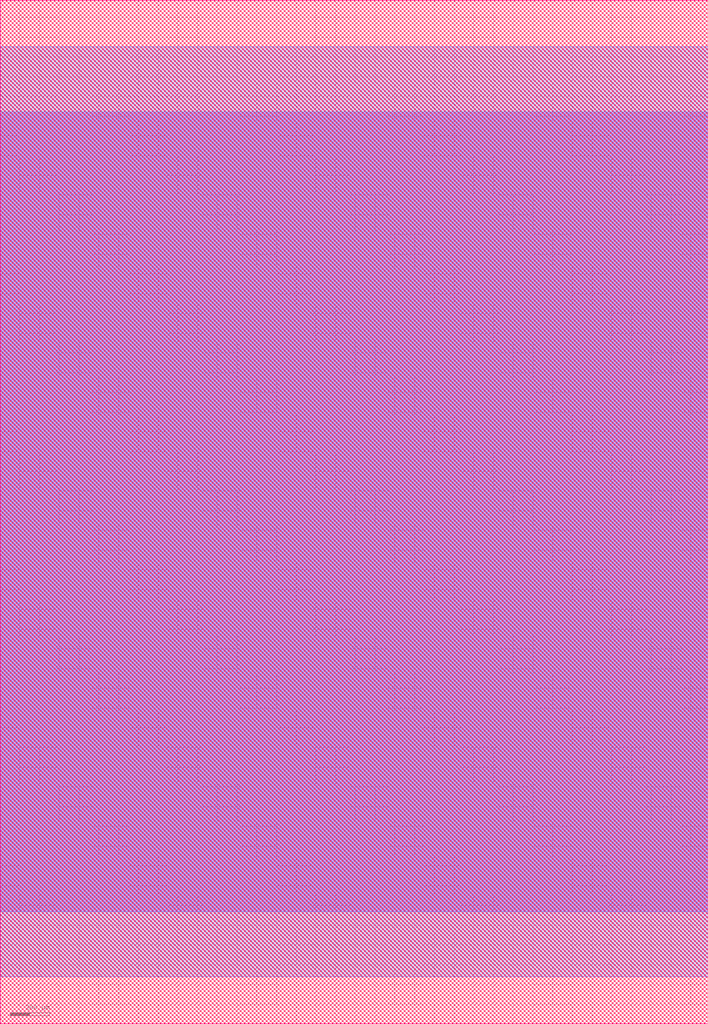
<source format=lef>
VERSION 5.7 ;
  NOWIREEXTENSIONATPIN ON ;
  DIVIDERCHAR "/" ;
  BUSBITCHARS "[]" ;
MACRO vsdPLLSoC
  CLASS BLOCK ;
  FOREIGN vsdPLLSoC ;
  ORIGIN 0.000 0.000 ;
  SIZE 3588.000 BY 5188.000 ;
  OBS
      LAYER li1 ;
        RECT 0.220 569.070 3587.780 4622.755 ;
      LAYER met1 ;
        RECT 0.000 239.060 3588.000 4951.380 ;
      LAYER met2 ;
        RECT 0.000 239.030 3588.000 4951.410 ;
      LAYER met3 ;
        RECT 0.000 568.240 3588.000 4622.700 ;
      LAYER met4 ;
        RECT 0.000 0.000 3588.000 5188.000 ;
      LAYER met5 ;
        RECT 0.000 0.000 3588.000 5188.000 ;
  END
END vsdPLLSoC
END LIBRARY


</source>
